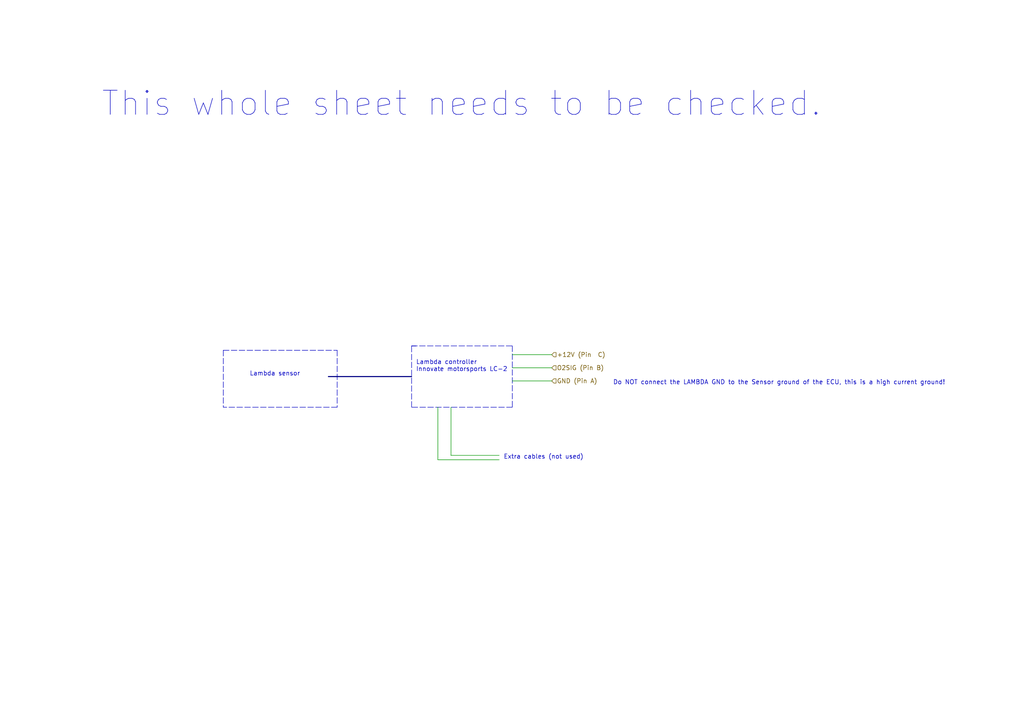
<source format=kicad_sch>
(kicad_sch (version 20211123) (generator eeschema)
  (paper "A4")
  (lib_symbols)
  (polyline (pts (xy 97.79 118.11) (xy 64.77 118.11)))
  (polyline (pts (xy 64.77 101.6) (xy 64.77 118.11)))
  (wire (pts (xy 127 133.35) (xy 144.78 133.35)))
  (wire (pts (xy 148.59 110.49) (xy 160.02 110.49)))
  (polyline (pts (xy 64.77 101.6) (xy 97.79 101.6)))
  (polyline (pts (xy 119.38 118.11) (xy 119.38 100.33)))
  (wire (pts (xy 130.81 118.11) (xy 130.81 132.08)))
  (polyline (pts (xy 119.38 100.33) (xy 148.59 100.33)))
  (wire (pts (xy 130.81 132.08) (xy 144.78 132.08)))
  (bus (pts (xy 95.25 109.22) (xy 119.38 109.22)))
  (polyline (pts (xy 148.59 118.11) (xy 119.38 118.11)))
  (wire (pts (xy 127 118.11) (xy 127 133.35)))
  (polyline (pts (xy 120.65 100.33) (xy 119.38 100.33)))
  (polyline (pts (xy 148.59 100.33) (xy 148.59 118.11)))
  (wire (pts (xy 148.59 106.68) (xy 160.02 106.68)))
  (polyline (pts (xy 97.79 101.6) (xy 97.79 118.11)))
  (wire (pts (xy 148.59 102.87) (xy 160.02 102.87)))
  (text "Extra cables (not used)\n" (at 146.05 133.35 0) (effects (font (size 1.27 1.27)) (justify left bottom)))
  (text "Do NOT connect the LAMBDA GND to the Sensor ground of the ECU, this is a high current ground!" (at 177.8 111.76 0) (effects (font (size 1.27 1.27)) (justify left bottom)))
  (text "This whole sheet needs to be checked." (at 29.21 34.29 0) (effects (font (size 7 7)) (justify left bottom)))
  (text "Lambda sensor" (at 72.39 109.22 0) (effects (font (size 1.27 1.27)) (justify left bottom)))
  (text "Lambda controller\nInnovate motorsports LC-2" (at 120.65 107.95 0) (effects (font (size 1.27 1.27)) (justify left bottom)))
  (hierarchical_label "O2SIG (Pin B)" (shape input) (at 160.02 106.68 0))
  (hierarchical_label "GND (Pin A)" (shape input) (at 160.02 110.49 0))
  (hierarchical_label "+12V (Pin  C)" (shape input) (at 160.02 102.87 0))
)
</source>
